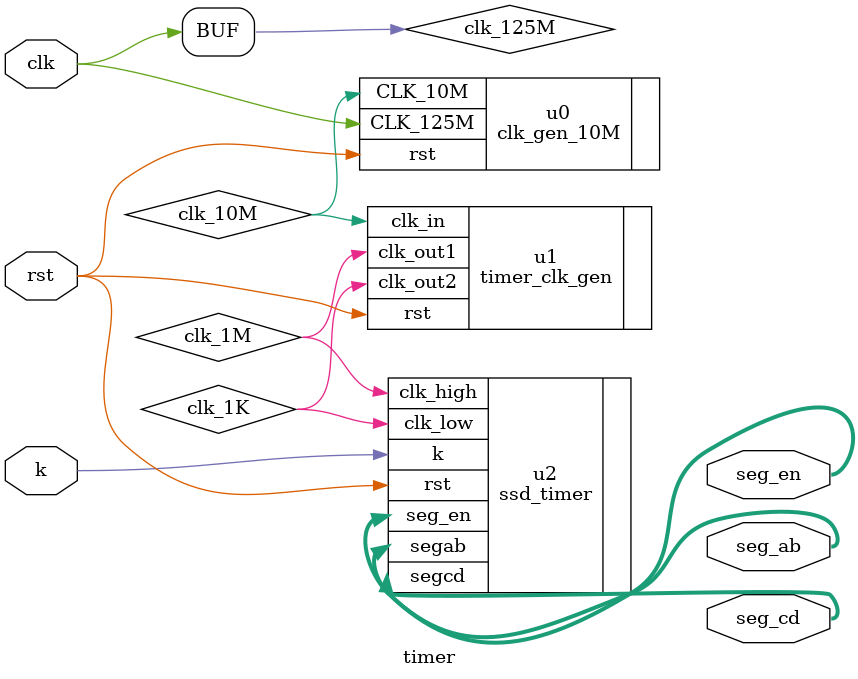
<source format=v>
`timescale 1ns / 1ps

module timer(

	input clk,
	input rst,
	input k,
	output [1:0] seg_en,
	output [6:0] seg_ab,
	output [6:0] seg_cd
    );
	
	wire clk_125M = clk;
	wire clk_10M, clk_1M, clk_1K;
	
	clk_gen_10M u0 (.CLK_125M(clk_125M), .rst(rst), .CLK_10M(clk_10M));
	timer_clk_gen u1 (.clk_in(clk_10M), .rst(rst), .clk_out1(clk_1M), .clk_out2(clk_1K));
	ssd_timer u2 (.clk_high(clk_1M), .clk_low(clk_1K), .rst(rst), .k(k), .segcd(seg_cd), .segab(seg_ab), .seg_en(seg_en));

endmodule

</source>
